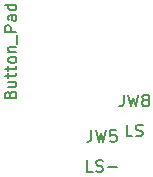
<source format=gbr>
G04 #@! TF.GenerationSoftware,KiCad,Pcbnew,7.0.9*
G04 #@! TF.CreationDate,2023-12-20T17:36:11-07:00*
G04 #@! TF.ProjectId,vb_controller_shoulder_right_pcb,76625f63-6f6e-4747-926f-6c6c65725f73,4a*
G04 #@! TF.SameCoordinates,Original*
G04 #@! TF.FileFunction,AssemblyDrawing,Top*
%FSLAX46Y46*%
G04 Gerber Fmt 4.6, Leading zero omitted, Abs format (unit mm)*
G04 Created by KiCad (PCBNEW 7.0.9) date 2023-12-20 17:36:11*
%MOMM*%
%LPD*%
G01*
G04 APERTURE LIST*
%ADD10C,0.150000*%
G04 APERTURE END LIST*
D10*
X121775009Y-112442857D02*
X121822628Y-112300000D01*
X121822628Y-112300000D02*
X121870247Y-112252381D01*
X121870247Y-112252381D02*
X121965485Y-112204762D01*
X121965485Y-112204762D02*
X122108342Y-112204762D01*
X122108342Y-112204762D02*
X122203580Y-112252381D01*
X122203580Y-112252381D02*
X122251200Y-112300000D01*
X122251200Y-112300000D02*
X122298819Y-112395238D01*
X122298819Y-112395238D02*
X122298819Y-112776190D01*
X122298819Y-112776190D02*
X121298819Y-112776190D01*
X121298819Y-112776190D02*
X121298819Y-112442857D01*
X121298819Y-112442857D02*
X121346438Y-112347619D01*
X121346438Y-112347619D02*
X121394057Y-112300000D01*
X121394057Y-112300000D02*
X121489295Y-112252381D01*
X121489295Y-112252381D02*
X121584533Y-112252381D01*
X121584533Y-112252381D02*
X121679771Y-112300000D01*
X121679771Y-112300000D02*
X121727390Y-112347619D01*
X121727390Y-112347619D02*
X121775009Y-112442857D01*
X121775009Y-112442857D02*
X121775009Y-112776190D01*
X121632152Y-111347619D02*
X122298819Y-111347619D01*
X121632152Y-111776190D02*
X122155961Y-111776190D01*
X122155961Y-111776190D02*
X122251200Y-111728571D01*
X122251200Y-111728571D02*
X122298819Y-111633333D01*
X122298819Y-111633333D02*
X122298819Y-111490476D01*
X122298819Y-111490476D02*
X122251200Y-111395238D01*
X122251200Y-111395238D02*
X122203580Y-111347619D01*
X121632152Y-111014285D02*
X121632152Y-110633333D01*
X121298819Y-110871428D02*
X122155961Y-110871428D01*
X122155961Y-110871428D02*
X122251200Y-110823809D01*
X122251200Y-110823809D02*
X122298819Y-110728571D01*
X122298819Y-110728571D02*
X122298819Y-110633333D01*
X121632152Y-110442856D02*
X121632152Y-110061904D01*
X121298819Y-110299999D02*
X122155961Y-110299999D01*
X122155961Y-110299999D02*
X122251200Y-110252380D01*
X122251200Y-110252380D02*
X122298819Y-110157142D01*
X122298819Y-110157142D02*
X122298819Y-110061904D01*
X122298819Y-109585713D02*
X122251200Y-109680951D01*
X122251200Y-109680951D02*
X122203580Y-109728570D01*
X122203580Y-109728570D02*
X122108342Y-109776189D01*
X122108342Y-109776189D02*
X121822628Y-109776189D01*
X121822628Y-109776189D02*
X121727390Y-109728570D01*
X121727390Y-109728570D02*
X121679771Y-109680951D01*
X121679771Y-109680951D02*
X121632152Y-109585713D01*
X121632152Y-109585713D02*
X121632152Y-109442856D01*
X121632152Y-109442856D02*
X121679771Y-109347618D01*
X121679771Y-109347618D02*
X121727390Y-109299999D01*
X121727390Y-109299999D02*
X121822628Y-109252380D01*
X121822628Y-109252380D02*
X122108342Y-109252380D01*
X122108342Y-109252380D02*
X122203580Y-109299999D01*
X122203580Y-109299999D02*
X122251200Y-109347618D01*
X122251200Y-109347618D02*
X122298819Y-109442856D01*
X122298819Y-109442856D02*
X122298819Y-109585713D01*
X121632152Y-108823808D02*
X122298819Y-108823808D01*
X121727390Y-108823808D02*
X121679771Y-108776189D01*
X121679771Y-108776189D02*
X121632152Y-108680951D01*
X121632152Y-108680951D02*
X121632152Y-108538094D01*
X121632152Y-108538094D02*
X121679771Y-108442856D01*
X121679771Y-108442856D02*
X121775009Y-108395237D01*
X121775009Y-108395237D02*
X122298819Y-108395237D01*
X122394057Y-108157142D02*
X122394057Y-107395237D01*
X122298819Y-107157141D02*
X121298819Y-107157141D01*
X121298819Y-107157141D02*
X121298819Y-106776189D01*
X121298819Y-106776189D02*
X121346438Y-106680951D01*
X121346438Y-106680951D02*
X121394057Y-106633332D01*
X121394057Y-106633332D02*
X121489295Y-106585713D01*
X121489295Y-106585713D02*
X121632152Y-106585713D01*
X121632152Y-106585713D02*
X121727390Y-106633332D01*
X121727390Y-106633332D02*
X121775009Y-106680951D01*
X121775009Y-106680951D02*
X121822628Y-106776189D01*
X121822628Y-106776189D02*
X121822628Y-107157141D01*
X122298819Y-105728570D02*
X121775009Y-105728570D01*
X121775009Y-105728570D02*
X121679771Y-105776189D01*
X121679771Y-105776189D02*
X121632152Y-105871427D01*
X121632152Y-105871427D02*
X121632152Y-106061903D01*
X121632152Y-106061903D02*
X121679771Y-106157141D01*
X122251200Y-105728570D02*
X122298819Y-105823808D01*
X122298819Y-105823808D02*
X122298819Y-106061903D01*
X122298819Y-106061903D02*
X122251200Y-106157141D01*
X122251200Y-106157141D02*
X122155961Y-106204760D01*
X122155961Y-106204760D02*
X122060723Y-106204760D01*
X122060723Y-106204760D02*
X121965485Y-106157141D01*
X121965485Y-106157141D02*
X121917866Y-106061903D01*
X121917866Y-106061903D02*
X121917866Y-105823808D01*
X121917866Y-105823808D02*
X121870247Y-105728570D01*
X122298819Y-104823808D02*
X121298819Y-104823808D01*
X122251200Y-104823808D02*
X122298819Y-104919046D01*
X122298819Y-104919046D02*
X122298819Y-105109522D01*
X122298819Y-105109522D02*
X122251200Y-105204760D01*
X122251200Y-105204760D02*
X122203580Y-105252379D01*
X122203580Y-105252379D02*
X122108342Y-105299998D01*
X122108342Y-105299998D02*
X121822628Y-105299998D01*
X121822628Y-105299998D02*
X121727390Y-105252379D01*
X121727390Y-105252379D02*
X121679771Y-105204760D01*
X121679771Y-105204760D02*
X121632152Y-105109522D01*
X121632152Y-105109522D02*
X121632152Y-104919046D01*
X121632152Y-104919046D02*
X121679771Y-104823808D01*
X132131333Y-115994819D02*
X131655143Y-115994819D01*
X131655143Y-115994819D02*
X131655143Y-114994819D01*
X132417048Y-115947200D02*
X132559905Y-115994819D01*
X132559905Y-115994819D02*
X132798000Y-115994819D01*
X132798000Y-115994819D02*
X132893238Y-115947200D01*
X132893238Y-115947200D02*
X132940857Y-115899580D01*
X132940857Y-115899580D02*
X132988476Y-115804342D01*
X132988476Y-115804342D02*
X132988476Y-115709104D01*
X132988476Y-115709104D02*
X132940857Y-115613866D01*
X132940857Y-115613866D02*
X132893238Y-115566247D01*
X132893238Y-115566247D02*
X132798000Y-115518628D01*
X132798000Y-115518628D02*
X132607524Y-115471009D01*
X132607524Y-115471009D02*
X132512286Y-115423390D01*
X132512286Y-115423390D02*
X132464667Y-115375771D01*
X132464667Y-115375771D02*
X132417048Y-115280533D01*
X132417048Y-115280533D02*
X132417048Y-115185295D01*
X132417048Y-115185295D02*
X132464667Y-115090057D01*
X132464667Y-115090057D02*
X132512286Y-115042438D01*
X132512286Y-115042438D02*
X132607524Y-114994819D01*
X132607524Y-114994819D02*
X132845619Y-114994819D01*
X132845619Y-114994819D02*
X132988476Y-115042438D01*
X131395238Y-112454819D02*
X131395238Y-113169104D01*
X131395238Y-113169104D02*
X131347619Y-113311961D01*
X131347619Y-113311961D02*
X131252381Y-113407200D01*
X131252381Y-113407200D02*
X131109524Y-113454819D01*
X131109524Y-113454819D02*
X131014286Y-113454819D01*
X131776191Y-112454819D02*
X132014286Y-113454819D01*
X132014286Y-113454819D02*
X132204762Y-112740533D01*
X132204762Y-112740533D02*
X132395238Y-113454819D01*
X132395238Y-113454819D02*
X132633334Y-112454819D01*
X133157143Y-112883390D02*
X133061905Y-112835771D01*
X133061905Y-112835771D02*
X133014286Y-112788152D01*
X133014286Y-112788152D02*
X132966667Y-112692914D01*
X132966667Y-112692914D02*
X132966667Y-112645295D01*
X132966667Y-112645295D02*
X133014286Y-112550057D01*
X133014286Y-112550057D02*
X133061905Y-112502438D01*
X133061905Y-112502438D02*
X133157143Y-112454819D01*
X133157143Y-112454819D02*
X133347619Y-112454819D01*
X133347619Y-112454819D02*
X133442857Y-112502438D01*
X133442857Y-112502438D02*
X133490476Y-112550057D01*
X133490476Y-112550057D02*
X133538095Y-112645295D01*
X133538095Y-112645295D02*
X133538095Y-112692914D01*
X133538095Y-112692914D02*
X133490476Y-112788152D01*
X133490476Y-112788152D02*
X133442857Y-112835771D01*
X133442857Y-112835771D02*
X133347619Y-112883390D01*
X133347619Y-112883390D02*
X133157143Y-112883390D01*
X133157143Y-112883390D02*
X133061905Y-112931009D01*
X133061905Y-112931009D02*
X133014286Y-112978628D01*
X133014286Y-112978628D02*
X132966667Y-113073866D01*
X132966667Y-113073866D02*
X132966667Y-113264342D01*
X132966667Y-113264342D02*
X133014286Y-113359580D01*
X133014286Y-113359580D02*
X133061905Y-113407200D01*
X133061905Y-113407200D02*
X133157143Y-113454819D01*
X133157143Y-113454819D02*
X133347619Y-113454819D01*
X133347619Y-113454819D02*
X133442857Y-113407200D01*
X133442857Y-113407200D02*
X133490476Y-113359580D01*
X133490476Y-113359580D02*
X133538095Y-113264342D01*
X133538095Y-113264342D02*
X133538095Y-113073866D01*
X133538095Y-113073866D02*
X133490476Y-112978628D01*
X133490476Y-112978628D02*
X133442857Y-112931009D01*
X133442857Y-112931009D02*
X133347619Y-112883390D01*
X128762285Y-118994819D02*
X128286095Y-118994819D01*
X128286095Y-118994819D02*
X128286095Y-117994819D01*
X129048000Y-118947200D02*
X129190857Y-118994819D01*
X129190857Y-118994819D02*
X129428952Y-118994819D01*
X129428952Y-118994819D02*
X129524190Y-118947200D01*
X129524190Y-118947200D02*
X129571809Y-118899580D01*
X129571809Y-118899580D02*
X129619428Y-118804342D01*
X129619428Y-118804342D02*
X129619428Y-118709104D01*
X129619428Y-118709104D02*
X129571809Y-118613866D01*
X129571809Y-118613866D02*
X129524190Y-118566247D01*
X129524190Y-118566247D02*
X129428952Y-118518628D01*
X129428952Y-118518628D02*
X129238476Y-118471009D01*
X129238476Y-118471009D02*
X129143238Y-118423390D01*
X129143238Y-118423390D02*
X129095619Y-118375771D01*
X129095619Y-118375771D02*
X129048000Y-118280533D01*
X129048000Y-118280533D02*
X129048000Y-118185295D01*
X129048000Y-118185295D02*
X129095619Y-118090057D01*
X129095619Y-118090057D02*
X129143238Y-118042438D01*
X129143238Y-118042438D02*
X129238476Y-117994819D01*
X129238476Y-117994819D02*
X129476571Y-117994819D01*
X129476571Y-117994819D02*
X129619428Y-118042438D01*
X130048000Y-118613866D02*
X130809905Y-118613866D01*
X128645238Y-115454819D02*
X128645238Y-116169104D01*
X128645238Y-116169104D02*
X128597619Y-116311961D01*
X128597619Y-116311961D02*
X128502381Y-116407200D01*
X128502381Y-116407200D02*
X128359524Y-116454819D01*
X128359524Y-116454819D02*
X128264286Y-116454819D01*
X129026191Y-115454819D02*
X129264286Y-116454819D01*
X129264286Y-116454819D02*
X129454762Y-115740533D01*
X129454762Y-115740533D02*
X129645238Y-116454819D01*
X129645238Y-116454819D02*
X129883334Y-115454819D01*
X130740476Y-115454819D02*
X130264286Y-115454819D01*
X130264286Y-115454819D02*
X130216667Y-115931009D01*
X130216667Y-115931009D02*
X130264286Y-115883390D01*
X130264286Y-115883390D02*
X130359524Y-115835771D01*
X130359524Y-115835771D02*
X130597619Y-115835771D01*
X130597619Y-115835771D02*
X130692857Y-115883390D01*
X130692857Y-115883390D02*
X130740476Y-115931009D01*
X130740476Y-115931009D02*
X130788095Y-116026247D01*
X130788095Y-116026247D02*
X130788095Y-116264342D01*
X130788095Y-116264342D02*
X130740476Y-116359580D01*
X130740476Y-116359580D02*
X130692857Y-116407200D01*
X130692857Y-116407200D02*
X130597619Y-116454819D01*
X130597619Y-116454819D02*
X130359524Y-116454819D01*
X130359524Y-116454819D02*
X130264286Y-116407200D01*
X130264286Y-116407200D02*
X130216667Y-116359580D01*
M02*

</source>
